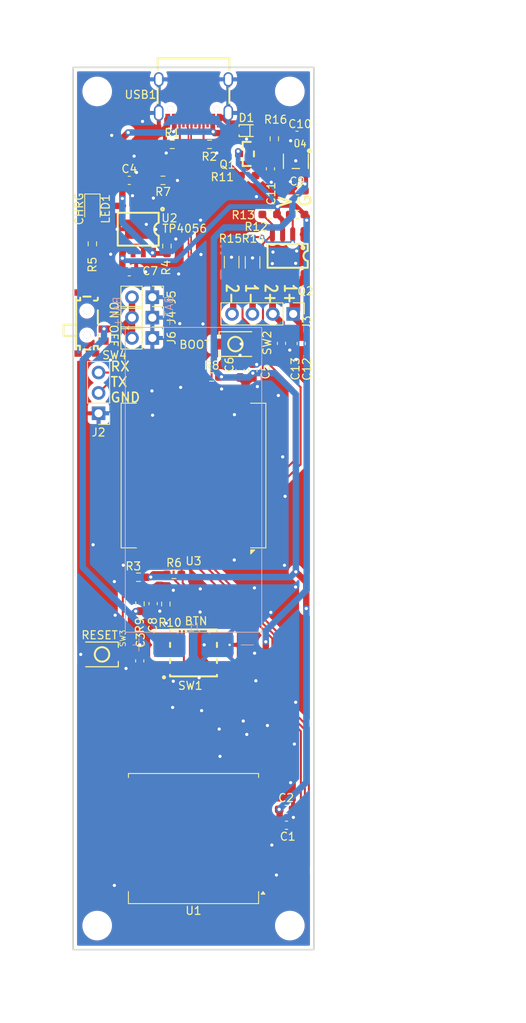
<source format=kicad_pcb>
(kicad_pcb (version 20241229) (generator "pcbnew") (generator_version "9.0")
  (layers (0 "F.Cu" signal) (2 "B.Cu" signal) (13 "F.Paste" user) (15 "B.Paste" user) (5 "F.SilkS" user "F.Silkscreen") (7 "B.SilkS" user "B.Silkscreen") (1 "F.Mask" user) (3 "B.Mask" user) (25 "Edge.Cuts" user))
  (net 0 "")
  (net 1 "Net-(C3-Pad1)")
  (net 2 "/LED2")
  (net 3 "/LED1")
  (net 4 "+3V3")
  (net 5 "GND")
  (net 6 "/BTN")
  (net 7 "/VBAT")
  (net 8 "/RESET")
  (net 9 "/GPS_PPS")
  (net 10 "/UART_RX")
  (net 11 "/BAT_SENS")
  (net 12 "/UART_TX")
  (net 13 "/GPS_TX")
  (net 14 "/BOOT")
  (net 15 "/GPS_RESET")
  (net 16 "/USB_DP")
  (net 17 "/GPS_RX")
  (net 18 "/USB_DN")
  (net 19 "/5V")
  (net 20 "/VBUS")
  (net 21 "/LED1_A")
  (net 22 "/LED2_A")
  (net 23 "/VBAT_PRE")
  (net 24 "/LED2_C")
  (net 25 "Net-(LED1--)")
  (net 26 "Net-(Q1-G)")
  (net 27 "Net-(USB1-CC2)")
  (net 28 "Net-(USB1-CC1)")
  (net 29 "Net-(U2-~{CHRG})")
  (net 30 "Net-(U2-PROG)")
  (net 31 "Net-(U3-GPIO8)")
  (net 32 "/LED1_C")
  (net 52 "Net-(U4-EN)")
  (footprint "MountingHole:MountingHole_3.2mm_M3" (layer "F.Cu") (at 127 127)
    (property "Reference" "REF**" (hide yes))
    (property "Value" "MountingHole_3.2mm_M3" (hide yes))
  )
  (footprint "Connector_PinHeader_2.54mm:PinHeader_1x02_P2.54mm_Vertical" (layer "F.Cu") (at 109.875 51.2 -90)
    (property "Reference" "J4")
    (property "Value" "BAT1")
  )
  (footprint "MountingHole:MountingHole_3.2mm_M3" (layer "F.Cu") (at 103 23)
    (property "Reference" "REF**" (hide yes))
    (property "Value" "MountingHole_3.2mm_M3" (hide yes))
  )
  (footprint "Resistor_SMD:R_0603_1608Metric_Pad0.98x0.95mm_HandSolder" (layer "F.Cu") (at 117.26 58.6)
    (property "Reference" "R8")
    (property "Value" "10K" (hide yes))
  )
  (footprint "Connector_PinHeader_2.54mm:PinHeader_1x02_P2.54mm_Vertical" (layer "F.Cu") (at 109.875 48.66 -90)
    (property "Reference" "J5")
    (property "Value" "BAT1")
  )
  (footprint "Capacitor_SMD:C_0603_1608Metric_Pad1.08x0.95mm_HandSolder" (layer "F.Cu") (at 107 45.4875)
    (property "Reference" "C7")
    (property "Value" "10u" (hide yes))
  )
  (footprint "EasyEDA:SW-SMD_L3.9-W3.0-P4.45" (layer "F.Cu") (at 120.22 54.5)
    (property "Reference" "SW2")
    (property "Value" "BOOT")
  )
  (footprint "Resistor_SMD:R_1206_3216Metric_Pad1.30x1.75mm_HandSolder" (layer "F.Cu") (at 122.36 44.32 -90)
    (property "Reference" "R14")
    (property "Value" "0R5" (hide yes))
  )
  (footprint "EasyEDA:SW-SMD_L3.9-W3.0-P4.45" (layer "F.Cu") (at 103.6 93.19 180)
    (property "Reference" "SW3")
    (property "Value" "RESET")
  )
  (footprint "EasyEDA:SOP-8_L4.9-W3.9-P1.27-LS6.0-BL" (layer "F.Cu") (at 126.73 43.51 180)
    (property "Reference" "Q2")
    (property "Value" "AP2317SD" (hide yes))
  )
  (footprint "Resistor_SMD:R_0603_1608Metric_Pad0.98x0.95mm_HandSolder" (layer "F.Cu") (at 111.55 86.91 -90)
    (property "Reference" "R10")
    (property "Value" "100K" (hide yes))
  )
  (footprint "Connector_PinHeader_2.54mm:PinHeader_1x03_P2.54mm_Vertical" (layer "F.Cu") (at 103.17 63.13 180)
    (property "Reference" "J2")
    (property "Value" "UART" (hide yes))
  )
  (footprint "EasyEDA:SW-TH_K3-1296S-E1" (layer "F.Cu") (at 102.21 51.88)
    (property "Reference" "SW4")
    (property "Value" "ON OFF")
  )
  (footprint "Capacitor_SMD:C_0603_1608Metric_Pad1.08x0.95mm_HandSolder" (layer "F.Cu") (at 126.538213 112.51)
    (property "Reference" "C2")
    (property "Value" "100n" (hide yes))
  )
  (footprint "Resistor_SMD:R_0603_1608Metric_Pad0.98x0.95mm_HandSolder" (layer "F.Cu") (at 112.57 83.21)
    (property "Reference" "R6")
    (property "Value" "10K" (hide yes))
  )
  (footprint "Resistor_SMD:R_0603_1608Metric_Pad0.98x0.95mm_HandSolder" (layer "F.Cu") (at 121.82 33.49 180)
    (property "Reference" "R11")
    (property "Value" "1k" (hide yes))
  )
  (footprint "Capacitor_SMD:C_0603_1608Metric_Pad1.08x0.95mm_HandSolder" (layer "F.Cu") (at 124.58 32.65 -90)
    (property "Reference" "C11")
    (property "Value" "1u" (hide yes))
  )
  (footprint "Capacitor_SMD:C_0603_1608Metric_Pad1.08x0.95mm_HandSolder" (layer "F.Cu") (at 127.96 35.38 180)
    (property "Reference" "C9")
    (property "Value" "10u")
  )
  (footprint "EasyEDA:TSOT-23-5_L2.9-W1.6-P0.95-LS2.8-BL" (layer "F.Cu") (at 127.75 31.71 180)
    (property "Reference" "U4")
    (property "Value" "RT9080-33GJ5")
  )
  (footprint "Resistor_SMD:R_0603_1608Metric_Pad0.98x0.95mm_HandSolder" (layer "F.Cu") (at 108.15 83.57)
    (property "Reference" "R3")
    (property "Value" "10K" (hide yes))
  )
  (footprint "MountingHole:MountingHole_3.2mm_M3" (layer "F.Cu") (at 127 23)
    (property "Reference" "REF**" (hide yes))
    (property "Value" "MountingHole_3.2mm_M3" (hide yes))
  )
  (footprint "Resistor_SMD:R_0603_1608Metric_Pad0.98x0.95mm_HandSolder" (layer "F.Cu") (at 102.4 42 -90)
    (property "Reference" "R5")
    (property "Value" "330" (hide yes))
  )
  (footprint "Capacitor_SMD:C_0603_1608Metric_Pad1.08x0.95mm_HandSolder" (layer "F.Cu") (at 126.588213 114.49)
    (property "Reference" "C1")
    (property "Value" "10u" (hide yes))
  )
  (footprint "MountingHole:MountingHole_3.2mm_M3" (layer "F.Cu") (at 103 127)
    (property "Reference" "REF**" (hide yes))
    (property "Value" "MountingHole_3.2mm_M3" (hide yes))
  )
  (footprint "Capacitor_SMD:C_0603_1608Metric_Pad1.08x0.95mm_HandSolder" (layer "F.Cu") (at 128.42 54.43 90)
    (property "Reference" "C12")
    (property "Value" "C")
  )
  (footprint "Resistor_SMD:R_0603_1608Metric_Pad0.98x0.95mm_HandSolder" (layer "F.Cu") (at 111.69 42.28 90)
    (property "Reference" "R4")
    (property "Value" "10K" (hide yes))
  )
  (footprint "Resistor_SMD:R_0603_1608Metric_Pad0.98x0.95mm_HandSolder" (layer "F.Cu") (at 112.35 29.6)
    (property "Reference" "R1")
    (property "Value" "5k1" (hide yes))
  )
  (footprint "hacrafu:Heltec_HT-CT62" (layer "F.Cu") (at 115 70.89 180)
    (property "Reference" "U3")
    (property "Value" "HT-CT62")
  )
  (footprint "Connector_PinHeader_2.54mm:PinHeader_1x04_P2.54mm_Vertical" (layer "F.Cu") (at 127.42 50.74 -90)
    (property "Reference" "J3")
    (property "Value" "LED")
  )
  (footprint "Resistor_SMD:R_0603_1608Metric_Pad0.98x0.95mm_HandSolder" (layer "F.Cu") (at 108.33 86.88 90)
    (property "Reference" "R9")
    (property "Value" "100K" (hide yes))
  )
  (footprint "EasyEDA:SOT-23_L2.9-W1.3-P1.90-LS2.4-BR" (layer "F.Cu") (at 121.83 30.79)
    (property "Reference" "Q1")
    (property "Value" "AO3401A" (hide yes))
  )
  (footprint "Capacitor_SMD:C_0603_1608Metric_Pad1.08x0.95mm_HandSolder" (layer "F.Cu") (at 125.96 54.41 -90)
    (property "Reference" "C13")
    (property "Value" "C")
  )
  (footprint "Resistor_SMD:R_0603_1608Metric_Pad0.98x0.95mm_HandSolder" (layer "F.Cu") (at 127.91 38.35 180)
    (property "Reference" "R12")
    (property "Value" "10K" (hide yes))
  )
  (footprint "Capacitor_SMD:C_0603_1608Metric_Pad1.08x0.95mm_HandSolder" (layer "F.Cu") (at 122.4 57.8 90)
    (property "Reference" "C5")
    (property "Value" "1u" (hide yes))
  )
  (footprint "Resistor_SMD:R_0603_1608Metric_Pad0.98x0.95mm_HandSolder" (layer "F.Cu") (at 124.49 38.34 180)
    (property "Reference" "R13")
    (property "Value" "10K" (hide yes))
  )
  (footprint "EasyEDA:USB-C_SMD-TYPE-C-31-M-12" (layer "F.Cu") (at 115 23.97 180)
    (property "Reference" "USB1")
    (property "Value" "USB-TYPE-C-018" (hide yes))
  )
  (footprint "Resistor_SMD:R_0603_1608Metric_Pad0.98x0.95mm_HandSolder" (layer "F.Cu") (at 117 29.6)
    (property "Reference" "R2")
    (property "Value" "5k1" (hide yes))
  )
  (footprint "Capacitor_SMD:C_0603_1608Metric_Pad1.08x0.95mm_HandSolder" (layer "F.Cu") (at 120.8 57.8 90)
    (property "Reference" "C6")
    (property "Value" "10u" (hide yes))
  )
  (footprint "LED_SMD:LED_0805_2012Metric_Pad1.15x1.40mm_HandSolder" (layer "F.Cu") (at 102.4 37.65 -90)
    (property "Reference" "LED1")
    (property "Value" "CHRG")
  )
  (footprint "hacrafu:Quectel_L80-R" (layer "F.Cu") (at 115 116.15 180)
    (property "Reference" "U1")
    (property "Value" "L80-R")
  )
  (footprint "Capacitor_SMD:C_0603_1608Metric_Pad1.08x0.95mm_HandSolder" (layer "F.Cu") (at 109.97 86.86 -90)
    (property "Reference" "C8")
    (property "Value" "100n" (hide yes))
  )
  (footprint "Capacitor_SMD:C_0603_1608Metric_Pad1.08x0.95mm_HandSolder" (layer "F.Cu") (at 108.3 94 90)
    (property "Reference" "C3")
    (property "Value" "1u" (hide yes))
  )
  (footprint "Connector_PinHeader_2.54mm:PinHeader_1x02_P2.54mm_Vertical" (layer "F.Cu") (at 109.875 53.74 -90)
    (property "Reference" "J6")
    (property "Value" "BAT1")
  )
  (footprint "Resistor_SMD:R_1206_3216Metric_Pad1.30x1.75mm_HandSolder" (layer "F.Cu") (at 119.75 44.28 -90)
    (property "Reference" "R15")
    (property "Value" "0R5" (hide yes))
  )
  (footprint "Capacitor_SMD:C_0603_1608Metric_Pad1.08x0.95mm_HandSolder" (layer "F.Cu") (at 127.89 28.47 180)
    (property "Reference" "C10")
    (property "Value" "1u")
  )
  (footprint "EasyEDA:ESOP-8_L4.9-W3.9-P1.27-LS6.0-BL-EP" (layer "F.Cu") (at 108.11 40.1775 180)
    (property "Reference" "U2")
    (property "Value" "TP4056")
  )
  (footprint "Resistor_SMD:R_0603_1608Metric_Pad0.98x0.95mm_HandSolder" (layer "F.Cu") (at 111.2 34.0875 180)
    (property "Reference" "R7")
    (property "Value" "1k2")
  )
  (footprint "EasyEDA:SOD-323_L1.8-W1.3-LS2.5-RD" (layer "F.Cu") (at 121.59 27.89 180)
    (property "Reference" "D1")
    (property "Value" "Schtky" (hide yes))
  )
  (footprint "Capacitor_SMD:C_0603_1608Metric_Pad1.08x0.95mm_HandSolder" (layer "F.Cu") (at 107 34.0875)
    (property "Reference" "C4")
    (property "Value" "10u" (hide yes))
  )
  (footprint "Resistor_SMD:R_0603_1608Metric_Pad0.98x0.95mm_HandSolder" (layer "F.Cu") (at 125.07 28.9 -90)
    (property "Reference" "R16")
    (property "Value" "100K")
  )
  (footprint "EasyEDA:SW-SMD_6P-L5.8-W5.8-P2.00-LS8.5-TR" (layer "F.Cu") (at 115 93 180)
    (property "Reference" "SW1")
    (property "Value" "BTN")
  )
  (footprint "hacrafu:Battery 230525" (layer "B.Cu") (at 115 90.525 180)
    (property "Reference" "J1")
    (property "Value" "BAT" (hide yes))
  )
  (gr_line (start 100 20) (end 130 20) (stroke (width 0.2)) (layer "Edge.Cuts"))
  (gr_line (start 130 130) (end 100 130) (stroke (width 0.2)) (layer "Edge.Cuts"))
  (gr_line (start 100 130) (end 100 20) (stroke (width 0.2)) (layer "Edge.Cuts"))
  (gr_line (start 130 20) (end 130 130) (stroke (width 0.2)) (layer "Edge.Cuts"))
  (gr_text "1+\n2+\n1-\n2-" (at 118.94 46.87 270) (layer "F.SilkS") (effects (font (size 1.5 1.1) (thickness 0.25) (bold yes)) (justify left bottom)))
  (gr_text "V\nG" (at 129.75 37.59 90) (layer "F.SilkS") (effects (font (size 1.5 1.5) (thickness 0.3) (bold yes)) (justify left bottom)))
  (gr_text "RX\nTX\nGND" (at 104.55 61.86 0) (layer "F.SilkS") (effects (font (size 1.2 1.2) (thickness 0.2) (bold yes)) (justify left bottom)))
  (gr_text "BAT+\n" (at 106.1 48.5 90) (layer "B.SilkS") (effects (font (size 1 1) (thickness 0.1)) (justify left bottom mirror)))
  (gr_text "BAT-" (at 112.55 48.4 90) (layer "B.SilkS") (effects (font (size 1 1) (thickness 0.1)) (justify left bottom mirror)))
  (segment (start 108.4375 95) (end 108.3 94.8625) (width 0.25) (layer "F.Cu") (net 1))
  (segment (start 111.5 95) (end 108.4375 95) (width 0.25) (layer "F.Cu") (net 1))
  (segment (start 124.8 53.483516) (end 123.654 52.337516) (width 0.25) (layer "F.Cu") (net 2))
  (segment (start 118.81 79.03) (end 128.34 69.5) (width 0.25) (layer "F.Cu") (net 2))
  (segment (start 124.815 40.83) (end 124.83 40.83) (width 0.25) (layer "F.Cu") (net 2))
  (segment (start 123.654 41.991) (end 124.815 40.83) (width 0.25) (layer "F.Cu") (net 2))
  (segment (start 128.34 59.88) (end 124.8 56.34) (width 0.25) (layer "F.Cu") (net 2))
  (segment (start 118.81 79.78) (end 118.81 79.03) (width 0.25) (layer "F.Cu") (net 2))
  (segment (start 124.83 39.5925) (end 123.5775 38.34) (width 0.25) (layer "F.Cu") (net 2))
  (segment (start 124.83 40.83) (end 124.83 39.5925) (width 0.25) (layer "F.Cu") (net 2))
  (segment (start 123.654 52.337516) (end 123.654 41.991) (width 0.25) (layer "F.Cu") (net 2))
  (segment (start 124.8 56.34) (end 124.8 53.483516) (width 0.25) (layer "F.Cu") (net 2))
  (segment (start 128.34 69.5) (end 128.34 59.88) (width 0.25) (layer "F.Cu") (net 2))
  (segment (start 127.36 40.83) (end 127.36 38.7125) (width 0.25) (layer "F.Cu") (net 3))
  (segment (start 122.052774 41.16) (end 123.53 41.16) (width 0.25) (layer "F.Cu") (net 3))
  (segment (start 123.79 56.39) (end 123.79 53.68) (width 0.25) (layer "F.Cu") (net 3))
  (segment (start 117.54 79.03) (end 127.47 69.1) (width 0.25) (layer "F.Cu") (net 3))
  (segment (start 127.47 60.07) (end 123.79 56.39) (width 0.25) (layer "F.Cu") (net 3))
  (segment (start 123.15 53.04) (end 122.906174 53.04) (width 0.25) (layer "F.Cu") (net 3))
  (segment (start 127.47 69.1) (end 127.47 60.07) (width 0.25) (layer "F.Cu") (net 3))
  (segment (start 117.54 79.78) (end 117.54 79.03) (width 0.25) (layer "F.Cu") (net 3))
  (segment (start 121.109 51.242826) (end 121.109 42.103774) (width 0.25) (layer "F.Cu") (net 3))
  (segment (start 122.906174 53.04) (end 121.109 51.242826) (width 0.25) (layer "F.Cu") (net 3))
  (segment (start 121.109 42.103774) (end 122.052774 41.16) (width 0.25) (layer "F.Cu") (net 3))
  (segment (start 127.36 40.83) (end 127.36 41.8) (width 0.25) (layer "F.Cu") (net 3))
  (segment (start 127.36 41.8) (end 127.34 41.82) (width 0.25) (layer "F.Cu") (net 3))
  (segment (start 127.36 38.7125) (end 126.9975 38.35) (width 0.25) (layer "F.Cu") (net 3))
  (segment (start 123.79 53.68) (end 123.15 53.04) (width 0.25) (layer "F.Cu") (net 3))
  (via (at 127.34 41.82) (size 0.6) (drill 0.3) (layers "F.Cu" "B.Cu") (net 3))
  (via (at 123.53 41.16) (size 0.6) (drill 0.3) (layers "F.Cu" "B.Cu") (net 3))
  (segment (start 123.53 41.16) (end 124.19 41.82) (width 0.25) (layer "B.Cu") (net 3))
  (segment (start 124.19 41.82) (end 127.34 41.82) (width 0.25) (layer "B.Cu") (net 3))
  (segment (start 118.575 58.6625) (end 118.5125 58.6) (width 0.8) (layer "F.Cu") (net 4))
  (segment (start 129.05 84.19) (end 127.75 82.89) (width 0.8) (layer "F.Cu") (net 4))
  (segment (start 122.4 58.6625) (end 120.8 58.6625) (width 0.8) (layer "F.Cu") (net 4))
  (segment (start 128.88 34.54) (end 128.88 35.3225) (width 0.8) (layer "F.Cu") (net 4))
  (segment (start 121.35 59.2125) (end 121.35 62) (width 0.8) (layer "F.Cu") (net 4))
  (segment (start 110.017504 83.21) (end 109.657504 83.57) (width 0.8) (layer "F.Cu") (net 4))
  (segment (start 128.88 34.54) (end 128.88 32.972) (width 0.8) (layer "F.Cu") (net 4))
  (segment (start 109.0625 83.57) (end 109.657506 83.57) (width 0.3) (layer "F.Cu") (net 4))
  (segment (start 125.725713 112.56) (end 125.675713 112.51) (width 0.8) (layer "F.Cu") (net 4))
  (segment (start 129.05 87.47) (end 129.05 84.19) (width 0.8) (layer "F.Cu") (net 4))
  (segment (start 118.1925 58.58) (end 118.1725 58.6) (width 0.8) (layer "F.Cu") (net 4))
  (segment (start 128.88 35.3225) (end 128.8225 35.38) (width 0.8) (layer "F.Cu") (net 4))
  (segment (start 109.657504 83.57) (end 109.0625 83.57) (width 0.8) (layer "F.Cu") (net 4))
  (segment (start 120.8 58.6625) (end 121.35 59.2125) (width 0.8) (layer "F.Cu") (net 4))
  (segment (start 120.8 58.6625) (end 118.575 58.6625) (width 0.8) (layer "F.Cu") (net 4))
  (segment (start 111.6575 83.21) (end 110.017504 83.21) (width 0.8) (layer "F.Cu") (net 4))
  (segment (start 118.49 58.58) (end 118.1925 58.58) (width 0.8) (layer "F.Cu") (net 4))
  (segment (start 128.88 32.972) (end 128.768 32.86) (width 0.8) (layer "F.Cu") (net 4))
  (segment (start 109.657506 83.57) (end 109.677504 83.550002) (width 0.3) (layer "F.Cu") (net 4))
  (segment (start 122.4 58.6625) (end 122.394478 58.656978) (width 0.8) (layer "F.Cu") (net 4))
  (segment (start 122.283022 58.656978) (end 121.35 59.59) (width 0.8) (layer "F.Cu") (net 4))
  (segment (start 125.615713 114.38) (end 125.725713 114.49) (width 0.8) (layer "F.Cu") (net 4))
  (segment (start 122.394478 58.125) (end 122.394478 58.656978) (width 0.8) (layer "F.Cu") (net 4))
  (segment (start 122.75 114.38) (end 125.615713 114.38) (width 0.8) (layer "F.Cu") (net 4))
  (segment (start 118.5125 58.6) (end 118.1725 58.6) (width 0.8) (layer "F.Cu") (net 4))
  (segment (start 122.394478 58.656978) (end 122.283022 58.656978) (width 0.8) (layer "F.Cu") (net 4))
  (segment (start 125.725713 114.49) (end 125.725713 112.56) (width 0.8) (layer "F.Cu") (net 4))
  (via (at 122.394478 58.125) (size 0.8) (drill 0.4) (layers "F.Cu" "B.Cu") (net 4))
  (via (at 127.75 82.89) (size 0.8) (drill 0.4) (layers "F.Cu" "B.Cu") (net 4))
  (via (at 109.677504 83.550002) (size 0.8) (drill 0.4) (layers "F.Cu" "B.Cu") (net 4))
  (via (at 125.675713 112.51) (size 0.8) (drill 0.4) (layers "F.Cu" "B.Cu") (net 4))
  (via (at 118.49 58.58) (size 0.8) (drill 0.4) (layers "F.Cu" "B.Cu") (net 4))
  (via (at 128.88 34.54) (size 0.8) (drill 0.4) (layers "F.Cu" "B.Cu") (net 4))
  (via (at 129.05 87.47) (size 0.8) (drill 0.4) (layers "F.Cu" "B.Cu") (net 4))
  (segment (start 127.089998 83.550002) (end 127.75 82.89) (width 0.8) (layer "B.Cu") (net 4))
  (segment (start 127.75 60.76) (end 127.75 82.89) (width 0.8) (layer "B.Cu") (net 4))
  (segment (start 128.89 34.65) (end 128.89 34.55) (width 0.8) (layer "B.Cu") (net 4))
  (segment (start 117.53 41.28) (end 117.53 57.62) (width 0.8) (layer "B.Cu") (net 4))
  (segment (start 109.677504 83.550002) (end 127.089998 83.550002) (width 0.8) (layer "B.Cu") (net 4))
  (segment (start 127.31 38.5) (end 125.85 39.96) (width 0.8) (layer "B.Cu") (net 4))
  (segment (start 125.675713 112.51) (end 129.06 109.125713) (width 0.8) (layer "B.Cu") (net 4))
  (segment (start 129.06 109.125713) (end 129.06 87.48) (width 0.8) (layer "B.Cu") (net 4))
  (segment (start 125.85 39.96) (end 118.85 39.96) (width 0.8) (layer "B.Cu") (net 4))
  (segment (start 121.869478 58.65) (end 118.56 58.65) (width 0.8) (layer "B.Cu") (net 4))
  (segment (start 128.89 34.65) (end 128.89 34.97) (width 0.8) (layer "B.Cu") (net 4))
  (segment (start 118.56 58.65) (end 118.49 58.58) (width 0.8) (layer "B.Cu") (net 4))
  (segment (start 128.89 34.97) (end 127.31 36.55) (width 0.8) (layer "B.Cu") (net 4))
  (segment (start 122.394478 58.125) (end 121.869478 58.65) (width 0.8) (layer "B.Cu") (net 4))
  (segment (start 129.06 87.48) (end 129.05 87.47) (width 0.8) (layer "B.Cu") (net 4))
  (segment (start 117.53 57.62) (end 118.49 58.58) (width 0.8) (layer "B.Cu") (net 4))
  (segment (start 128.89 34.55) (end 128.88 34.54) (width 0.8) (layer "B.Cu") (net 4))
  (segment (start 118.85 39.96) (end 117.53 41.28) (width 0.8) (layer "B.Cu") (net 4))
  (segment (start 125.115 58.125) (end 127.75 60.76) (width 0.8) (layer "B.Cu") (net 4))
  (segment (start 127.31 36.55) (end 127.31 38.5) (width 0.8) (layer "B.Cu") (net 4))
  (segment (start 122.394478 58.125) (end 125.115 58.125) (width 0.8) (layer "B.Cu") (net 4))
  (segment (start 108.3 92) (end 108.3 90.65) (width 0.3) (layer "F.Cu") (net 5))
  (segment (start 124.58 34.21) (end 124.69 34.32) (width 0.8) (layer "F.Cu") (net 5))
  (segment (start 110 37.2475) (end 110.02 37.2675) (width 0.8) (layer "F.Cu") (net 5))
  (segment (start 122.612399 93.04367) (end 121.568729 92) (width 0.5) (layer "F.Cu") (net 5))
  (segment (start 127.0975 35.38) (end 127.0975 34.2775) (width 0.8) (layer "F.Cu") (net 5))
  (segment (start 120.8 55.9) (end 122.14 55.9) (width 0.8) (layer "F.Cu") (net 5))
  (segment (start 107.875 45.5) (end 107.8625 45.4875) (width 0.8) (layer "F.Cu") (net 5))
  (segment (start 127.716 29.906) (end 127.716 29.23411) (width 0.8) (layer "F.Cu") (net 5))
  (segment (start 127.716 31.684) (end 127.706 31.684) (width 0.8) (layer "F.Cu") (net 5))
  (segment (start 127.564 29.0065) (end 127.0275 28.47) (width 0.8) (layer "F.Cu") (net 5))
  (segment (start 112.025 87.8225) (end 112.426 87.4215) (width 0.3) (layer "F.Cu") (net 5))
  (segment (start 119.75 42.73) (end 119.75 43.65) (width 0.8) (layer "F.Cu") (net 5))
  (segment (start 110 36.3) (end 110 37.2475) (width 0.8) (layer "F.Cu") (net 5))
  (segment (start 122.36 42.77) (end 122.36 43.75) (width 0.8) (layer "F.Cu") (net 5))
  (segment (start 127.75 29.94) (end 127.716 29.906) (width 0.8) (layer "F.Cu") (net 5))
  (segment (start 112.426 85.252298) (end 112.484378 85.19392) (width 0.3) (layer "F.Cu") (net 5))
  (segment (start 127.0975 35.38) (end 127.53 34.9475) (width 0.8) (layer "F.Cu") (net 5))
  (segment (start 127.564 29.08211) (end 127.564 29.0065) (width 0.8) (layer "F.Cu") (net 5))
  (segment (start 112.125 34.1) (end 112.1125 34.0875) (width 0.8) (layer "F.Cu") (net 5))
  (segment (start 127.75 31.64) (end 127.74 31.65) (width 0.8) (layer "F.Cu") (net 5))
  (segment (start 111.69 41.3675) (end 111.4675 41.3675) (width 0.6) (layer "F.Cu") (net 5))
  (segment (start 111.65 27.29) (end 111.14 27.8) (width 0.6) (layer "F.Cu") (net 5))
  (segment (start 122.36 43.75) (end 122.35 43.76) (width 0.8) (layer "F.Cu") (net 5))
  (segment (start 124.58 33.5125) (end 124.58 34.21) (width 0.8) (layer "F.Cu") (net 5))
  (segment (start 111.65 26.44) (end 111.65 27.29) (width 0.6) (layer "F.Cu") (net 5))
  (segment (start 108.3 90.65) (end 109.97 88.98) (width 0.3) (layer "F.Cu") (net 5))
  (segment (start 127.53 34.9475) (end 127.53 34.036) (width 0.8) (layer "F.Cu") (net 5))
  (segment (start 111.4675 41.3675) (end 110.3 40.2) (width 0.6) (layer "F.Cu") (net 5))
  (segment (start 127.75 30.56) (end 127.75 29.94) (width 0.8) (layer "F.Cu") (net 5))
  (segment (start 119.3 26.91) (end 120.52 26.91) (width 0.6) (layer "F.Cu") (net 5))
  (segment (start 127.75 30.56) (end 127.75 31.64) (width 0.8) (layer "F.Cu") (net 5))
  (segment (start 120.8 55.9) (end 120.8 56.9375) (width 0.8) (layer "F.Cu") (net 5))
  (segment (start 101.08 93.19) (end 100.95 93.19) (width 0.3) (layer "F.Cu") (net 5))
  (segment (start 122.871 57.040518) (end 122.871 54.851) (width 0.8) (layer "F.Cu") (net 5))
  (segment (start 107.4 36) (end 107.4 37.1975) (width 0.8) (layer "F.Cu") (net 5))
  (segment (start 109.97 88.98) (end 109.97 87.7225) (width 0.3) (layer "F.Cu") (net 5))
  (segment (start 107.47 39.5375) (end 108.11 40.1775) (width 0.6) (layer "F.Cu") (net 5))
  (segment (start 107.47 37.2675) (end 107.47 39.5375) (width 0.6) (layer "F.Cu") (net 5))
  (segment (start 109.04 45.5) (end 107.875 45.5) (width 0.8) (layer "F.Cu") (net 5))
  (segment (start 122.52 55.52) (end 122.52 54.5) (width 0.8) (layer "F.Cu") (net 5))
  (segment (start 112.426 87.4215) (end 112.426 85.252298) (width 0.3) (layer "F.Cu") (net 5))
  (segment (start 119.75 43.65) (end 119.73 43.67) (width 0.8) (layer "F.Cu") (net 5))
  (segment (start 110.07 87.8225) (end 109.97 87.7225) (width 0.3) (layer "F.Cu") (net 5))
  (segment (start 113 34.1) (end 112.125 34.1) (width 0.8) (layer "F.Cu") (net 5))
  (segment (start 111.55 87.8225) (end 112.025 87.8225) (width 0.3) (layer "F.Cu") (net 5))
  (segment (start 118.35 26.44) (end 118.59 26.2) (width 0.6) (layer "F.Cu") (net 5))
  (segment (start 127.706 31.684) (end 127.74 31.65) (width 0.8) (layer "F.Cu") (net 5))
  (segment (start 120.52 26.91) (end 120.8 26.63) (width 0.6) (layer "F.Cu") (net 5))
  (segment (start 122.14 55.9) (end 122.52 55.52) (width 0.8) (layer "F.Cu") (net 5))
  (segment (start 120.08 79.78) (end 120.08 81.42) (width 0.8) (layer "F.Cu") (net 5))
  (segment (start 127.53 34.036) (end 127.716 34.036) (width 0.8) (layer "F.Cu") (net 5))
  (segment (start 111.55 87.8225) (end 110.07 87.8225) (width 0.3) (layer "F.Cu") (net 5))
  (segment (start 121.568729 92) (end 119.5 92) (width 0.5) (layer "F.Cu") (net 5))
  (segment (start 107.4 37.1975) (end 107.47 37.2675) (width 0.8) (layer "F.Cu") (net 5))
  (segment (start 127.716 34.036) (end 127.716 31.684) (width 0.8) (layer "F.Cu") (net 5))
  (segment (start 127.0275 29.0775) (end 127.1 29.15) (width 0.8) (layer "F.Cu") (net 5))
  (segment (start 127.0975 34.2775) (end 127.07 34.25) (width 0.8) (layer "F.Cu") (net 5))
  (segment (start 108.3 92) (end 108.3 93.1375) (width 0.3) (layer "F.Cu") (net 5))
  (segment (start 122.871 54.851) (end 122.52 54.5) (width 0.8) (layer "F.Cu") (net 5))
  (segment (start 118.59 26.2) (end 119.3 26.91) (width 0.6) (layer "F.Cu") (net 5))
  (segment (start 127.0275 28.47) (end 127.0275 29.0775) (width 0.8) (layer "F.Cu") (net 5))
  (segment (start 127.716 29.23411) (end 127.564 29.08211) (width 0.8) (layer "F.Cu") (net 5))
  (via (at 115.82 87.91) (size 0.8) (drill 0.4) (layers "F.Cu" "B.Cu") (net 5))
  (via (at 127.1 29.15) (size 0.8) (drill 0.4) (layers "F.Cu" "B.Cu") (net 5))
  (via (at 107.6 31.07) (size 0.8) (drill 0.4) (layers "F.Cu" "B.Cu") (net 5))
  (via (at 124.63 87.95) (size 0.8) (drill 0.4) (layers "F.Cu" "B.Cu") (net 5))
  (via (at 127.57 104.37) (size 0.8) (drill 0.4) (layers "F.Cu" "B.Cu") (net 5))
  (via (at 112.484378 85.19392) (size 0.8) (drill 0.4) (layers "F.Cu" "B.Cu") (net 5))
  (via (at 104.66 56.49) (size 0.8) (drill 0.4) (layers "F.Cu" "B.Cu") (net 5))
  (via (at 127.74 31.65) (size 0.8) (drill 0.4) (layers "F.Cu" "B.Cu") (net 5))
  (via (at 118.5 60.1) (size 0.8) (drill 0.4) (layers "F.Cu" "B.Cu") (net 5))
  (via (at 111.6 89.3) (size 0.8) (drill 0.4) (layers "F.Cu" "B.Cu") (net 5))
  (via (at 125.57 60.91) (size 0.8) (drill 0.4) (layers "F.Cu" "B.Cu") (net 5))
  (via (at 107.4 36) (size 0.8) (drill 0.4) (layers "F.Cu" "B.Cu") (net 5))
  (via (at 120.8 55.9) (size 0.8) (drill 0.4) (layers "F.Cu" "B.Cu") (net 5))
  (via (at 122.84 36.12) (size 0.8) (drill 0.4) (layers "F.Cu" "B.Cu") (net 5))
  (via (at 109.9 63.37) (size 0.8) (drill 0.4) (layers "F.Cu" "B.Cu") (net 5))
  (via (at 118.2 102.5) (size 0.8) (drill 0.4) (layers "F.Cu" "B.Cu") (net 5))
  (via (at 124.69 34.32) (size 0.8) (drill 0.4) (layers "F.Cu" "B.Cu") (net 5))
  (via (at 119.73 43.67) (size 0.8) (drill 0.4) (layers "F.Cu" "B.Cu") (net 5))
  (via (at 104.68 43.3) (size 0.8) (drill 0.4) (layers "F.Cu" "B.Cu") (net 5))
  (via (at 113.29 51.95) (size 0.8) (drill 0.4) (layers "F.Cu" "B.Cu") (net 5))
  (via (at 111.6 30.68) (size 0.8) (drill 0.4) (layers "F.Cu" "B.Cu") (net 5))
  (via (at 124.9 43.03) (size 0.8) (drill 0.4) (layers "F.Cu" "B.Cu") (net 5))
  (via (at 102.49 79.52) (size 0.8) (drill 0.4) (layers "F.Cu" "B.Cu") (net 5))
  (via (at 109.12 39.57) (size 0.8) (drill 0.4) (layers "F.Cu" "B.Cu") (net 5))
  (via (at 118.3 105.9) (size 0.8) (drill 0.4) (layers "F.Cu" "B.Cu") (net 5))
  (via (at 109.04 45.5) (size 0.8) (drill 0.4) (layers "F.Cu" "B.Cu") (net 5))
  (via (at 127.8 56.42) (size 0.8) (drill 0.4) (layers "F.Cu" "B.Cu") (net 5))
  (via (at 124.21 102.055) (size 0.8) (drill 0.4) (layers "F.Cu" "B.Cu") (net 5))
  (via (at 127.44 113.51) (size 0.8) (drill 0.4) (layers "F.Cu" "B.Cu") (net 5))
  (via (at 115.88 39.05) (size 0.8) (drill 0.4) (layers "F.Cu" "B.Cu") (net 5))
  (via (at 120.1 63.3) (size 0.8) (drill 0.4) (layers "F.Cu" "B.Cu") (net 5))
  (via (at 116.01 100.2) (size 0.8) (drill 0.4) (layers "F.Cu" "B.Cu") (net 5))
  (via (at 127.73 44.43) (size 0.8) (drill 0.4) (layers "F.Cu" "B.Cu") (net 5))
  (via (at 121.2 101.5) (size 0.8) (drill 0.4) (layers "F.Cu" "B.Cu") (net 5))
  (via (at 127.07 34.25) (size 0.8) (drill 0.4) (layers "F.Cu" "B.Cu") (net 5))
  (via (at 105.24 88.3) (size 0.8) (drill 0.4) (layers "F.Cu" "B.Cu") (net 5))
  (via (at 106.249963 82.069963) (size 0.8) (drill 0.4) (layers "F.Cu" "B.Cu") (net 5))
  (via (at 122.77 96.48) (size 0.8) (drill 0.4) (layers "F.Cu" "B.Cu") (net 5))
  (via (at 110.8 87.8) (size 0.8) (drill 0.4) (layers "F.Cu" "B.Cu") (net 5))
  (via (at 108.3 92) (size 0.8) (drill 0.4) (layers "F.Cu" "B.Cu") (net 5))
  (via (at 116.18 51.99) (size 0.8) (drill 0.4) (layers "F.Cu" "B.Cu") (net 5))
  (via (at 122.612399 93.04367) (size 0.8) (drill 0.4) (layers "F.Cu" "B.Cu") (net 5))
  (via (at 122.955 59.8) (size 0.8) (drill 0.4) (layers "F.Cu" "B.Cu") (net 5))
  (via (at 127.72 84.787537) (size 0.8) (drill 0.4) (layers "F.Cu" "B.Cu") (net 5))
  (via (at 122.59 84.9) (size 0.8) (drill 0.4) (layers "F.Cu" "B.Cu") (net 5))
  (via (at 126.41 73.48) (size 0.8) (drill 0.4) (layers "F.Cu" "B.Cu") (net 5))
  (via (at 104.81 28.48) (size 0.8) (drill 0.4) (layers "F.Cu" "B.Cu") (net 5))
  (via (at 122.871 57.040518) (size 0.8) (drill 0.4) (layers "F.Cu" "B.Cu") (net 5))
  (via (at 100.95 93.19) (size 0.8) (drill 0.4) (layers "F.Cu" "B.Cu") (net 5))
  (via (at 125.33 120.7) (size 0.8) (drill 0.4) (layers "F.Cu" "B.Cu") (net 5))
  (via (at 115.93 43.33) (size 0.8) (drill 0.4) (layers "F.Cu" "B.Cu") (net 5))
  (via (at 105.481603 40.196528) (size 0.8) (drill 0.4) (layers "F.Cu" "B.Cu") (net 5))
  (via (at 126.11 68.56) (size 0.8) (drill 0.4) (layers "F.Cu" "B.Cu") (net 5))
  (via (at 107.9 33.1) (size 0.8) (drill 0.4) (layers "F.Cu" "B.Cu") (net 5))
  (via (at 115.7 96.1) (size 0.8) (drill 0.4) (layers "F.Cu" "B.Cu") (net 5))
  (via (at 113.15 45.76) (size 0.8) (drill 0.4) (layers "F.Cu" "B.Cu") (net 5))
  (via (at 127.1 109.18) (size 0.8) (drill 0.4) (layers "F.Cu" "B.Cu") (net 5))
  (via (at 127.73 99.16) (size 0.8) (drill 0.4) (layers "F.Cu" "B.Cu") (net 5))
  (via (at 119.5 92) (size 0.5) (drill 0.3) (layers "F.Cu" "B.Cu") (net 5))
  (via (at 109.82 60.34) (size 0.8) (drill 0.4) (layers "F.Cu" "B.Cu") (net 5))
  (via (at 105.14 84.11) (size 0.8) (drill 0.4) (layers "F.Cu" "B.Cu") (net 5))
  (via (at 106.59 94.94) (size 0.8) (drill 0.4) (layers "F.Cu" "B.Cu") (net 5))
  (via (at 105.14 121.99) (size 0.8) (drill 0.4) (layers "F.Cu" "B.Cu") (net 5))
  (via (at 120.079999 81.419999) (size 0.8) (drill 0.4) (layers "F.Cu" "B.Cu") (net 5))
  (via (at 126.99 55.25) (size 0.8) (drill 0.4) (layers "F.Cu" "B.Cu") (net 5))
  (via (at 112.4 99.8) (size 0.8) (drill 0.4) (layers "F.Cu" "B.Cu") (net 5))
  (via (at 117.9 30.68) (size 0.8) (drill 0.4) (layers "F.Cu" "B.Cu") (net 5))
  (via (at 110.3 40.2) (size 0.8) (drill 0.4) (layers "F.Cu" "B.Cu") (net 5))
  (via (at 112.8 41.4) (size 0.8) (drill 0.4) (layers "F.Cu" "B.Cu") (net 5))
  (via (at 112.48 96.54) (size 0.8) (drill 0.4) (layers "F.Cu" "B.Cu") (net 5))
  (via (at 108.65 26.74) (size 0.8) (drill 0.4) (layers "F.Cu" "B.Cu") (net 5))
  (via (at 127.85 42.89) (size 0.8) (drill 0.4) (layers "F.Cu" "B.Cu") (net 5))
  (via (at 124.82 44.47) (size 0.8) (drill 0.4) (layers "F.Cu" "B.Cu") (net 5))
  (via (at 116.33 92) (size 0.8) (drill 0.4) (layers "F.Cu" "B.Cu") (net 5))
  (via (at 122.35 43.76) (size 0.8) (drill 0.4) (layers "F.Cu" "B.Cu") (net 5))
  (via (at 115.84 85.02) (size 0.8) (drill 0.4) (layers "F.Cu" "B.Cu") (net 5))
  (via (at 126.33 82.08) (size 0.8) (drill 0.4) (layers "F.Cu" "B.Cu") (net 5))
  (via (at 120.94 54.48) (size 0.8) (drill 0.4) (layers "F.Cu" "B.Cu") (net 5))
  (via (at 110 36.3) (size 0.8) (drill 0.4) (layers "F.Cu" "B.Cu") (net 5))
  (via (at 113 34.1) (size 0.8) (drill 0.4) (layers "F.Cu" "B.Cu") (net 5))
  (via (at 113.4 59.9) (size 0.8) (drill 0.4) (layers "F.Cu" "B.Cu") (net 5))
  (via (at 124.76 116.96) (size 0.8) (drill 0.4) (layers "F.Cu" "B.Cu") (net 5))
  (via (at 121.64 103.17) (size 0.8) (drill 0.4) (layers "F.Cu" "B.Cu") (net 5))
  (via (at 121.61 28.94) (size 0.8) (drill 0.4) (layers "F.Cu" "B.Cu") (net 5))
  (segment (start 111.19 80.87) (end 111.19 79.78) (width 0.25) (layer "F.Cu") (net 6))
  (segment (start 111.5 93) (end 112.4 93) (width 0.25) (layer "F.Cu") (net 6))
  (segment (start 112.521 83.794873) (end 112.521 82.201) (width 0.25) (layer "F.Cu") (net 6))
  (segment (start 112.4 93) (end 113.3 92.1) (width 0.25) (layer "F.Cu") (net 6))
  (segment (start 112.521 82.201) (end 111.19 80.87) (width 0.25) (layer "F.Cu") (net 6))
  (segment (start 113.3 84.573873) (end 112.521 83.794873) (width 0.25) (layer "F.Cu") (net 6))
  (segment (start 113.3 92.1) (end 113.3 84.573873) (width 0.25) (layer "F.Cu") (net 6))
  (segment (start 129.1 38.6275) (end 129.1 39.06) (width 0.8) (layer "F.Cu") (net 7))
  (segment (start 129.1 39.06) (end 129.1 40.37) (width 0.8) (layer "F.Cu") (net 7))
  (segment (start 125.675713 101.179357) (end 124.005001 99.508645) (width 0.8) (layer "F.Cu") (net 7))
  (segment (start 128.8225 38.35) (end 129.1 38.6275) (width 0.8) (layer "F.Cu") (net 7))
  (segment (start 103.8 49.63) (end 106.1375 47.2925) (width 0.8) (layer "F.Cu") (net 7))
  (segment (start 125.47 38.2725) (end 125.4025 38.34) (width 0.6) (layer "F.Cu") (net 7))
  (segment (start 125.62 37.21) (end 127.6825 37.21) (width 0.6) (layer "F.Cu") (net 7))
  (segment (start 125.47 37.36) (end 125.62 37.21) (width 0.6) (layer "F.Cu") (net 7))
  (segment (start 127.6825 37.21) (end 128.8225 38.35) (width 0.6) (layer "F.Cu") (net 7))
  (segment (start 123.5 111.84) (end 125.675713 109.664287) (width 0.8) (layer "F.Cu") (net 7))
  (segment (start 125.47 37.36) (end 125.47 38.2725) (width 0.6) (layer "F.Cu") (net 7))
  (segment (start 120.68 30.58) (end 120.56 30.46) (width 0.8) (layer "F.Cu") (net 7))
  (segment (start 126.1 39.0375) (end 126.1 40.83) (width 0.6) (layer "F.Cu") (net 7))
  (segment (start 129.1 40.37) (end 128.64 40.83) (width 0.8) (layer "F.Cu") (net 7))
  (segment (start 106.1375 47.2925) (end 106.1375 45.4875) (width 0.8) (layer "F.Cu") (net 7))
  (segment (start 124.005001 99.508645) (end 124.005001 91.615001) (width 0.8) (layer "F.Cu") (net 7))
  (segment (start 125.4025 38.34) (end 126.1 39.0375) (width 0.6) (layer "F.Cu") (net 7))
  (segment (start 120.68 30.79) (end 120.68 30.58) (width 0.8) (layer "F.Cu") (net 7))
  (segment (start 106.1375 43.15) (end 106.2 43.0875) (width 0.8) (layer "F.Cu") (net 7))
  (segment (start 106.1375 45.4875) (end 106.1375 43.15) (width 0.8) (layer "F.Cu") (net 7))
  (segment (start 122.75 111.84) (end 123.5 111.84) (width 0.8) (layer "F.Cu") (net 7))
  (segment (start 125.675713 109.664287) (end 125.675713 101.179357) (width 0.8) (layer "F.Cu") (net 7))
  (via (at 106.1375 43.8) (size 0.8) (drill 0.4) (layers "F.Cu" "B.Cu") (net 7))
  (via (at 120.56 30.46) (size 0.8) (drill 0.4) (layers "F.Cu" "B.Cu") (net 7))
  (via (at 125.47 37.36) (size 0.8) (drill 0.4) (layers "F.Cu" "B.Cu") (net 7))
  (via (at 129.1 39.06) (size 0.8) (drill 0.4) (layers "F.Cu" "B.Cu") (net 7))
  (via (at 124.005001 91.615001) (size 0.8) (drill 0.4) (layers "F.Cu" "B.Cu") (net 7))
  (segment (start 106.4375 44.1) (end 106.1375 43.8) (width 0.6) (layer "B.Cu") (net 7))
  (segment (start 120.56 30.46) (end 120.56 32.07) (width 0.6) (layer "B.Cu") (net 7))
  (segment (start 112.8 44.1) (end 106.4375 44.1) (width 0.6) (layer "B.Cu") (net 7))
  (segment (start 129.1 39.06) (end 129.1 85.15) (width 0.8) (layer "B.Cu") (net 7))
  (segment (start 124.005001 90.244999) (end 124.005001 91.615001) (width 0.8) (layer "B.Cu") (net 7))
  (segment (start 125.47 37.36) (end 119.54 37.36) (width 0.6) (layer "B.Cu") (net 7))
  (segment (start 125.46 37.35) (end 125.47 37.36) (width 0.6) (layer "B.Cu") (net 7))
  (segment (start 125.46 36.97) (end 125.46 37.35) (width 0.6) (layer "B.Cu") (net 7))
  (segment (start 119.54 37.36) (end 112.8 44.1) (width 0.6) (layer "B.Cu") (net 7))
  (segment (start 129.1 85.15) (end 124.005001 90.244999) (width 0.8) (layer "B.Cu") (net 7))
  (segment (start 120.56 32.07) (end 125.46 36.97) (width 0.6) (layer "B.Cu") (net 7))
  (segment (start 107.2375 82.1925) (end 108.65 80.78) (width 0.25) (layer "F.Cu") (net 8))
  (segment (start 108.65 80.78) (end 108.65 79.78) (width 0.25) (layer "F.Cu") (net 8))
  (segment (start 107.2375 83.57) (end 106.4675 83.57) (width 0.25) (layer "F.Cu") (net 8))
  (segment (start 106.19 92.44) (end 105.9 92.73) (width 0.25) (layer "F.Cu") (net 8))
  (segment (start 105.9 92.73) (end 105.9 93.19) (width 0.25) (layer "F.Cu") (net 8))
  (segment (start 106.19 83.8475) (end 106.19 92.44) (width 0.25) (layer "F.Cu") (net 8))
  (segment (start 106.4675 83.57) (end 106.19 83.8475) (width 0.25) (layer "F.Cu") (net 8))
  (segment (start 107.2375 83.57) (end 107.2375 82.1925) (width 0.25) (layer "F.Cu") (net 8))
  (segment (start 113.4825 83.21) (end 113.8 83.5275) (width 0.25) (layer "F.Cu") (net 9))
  (segment (start 113.648343 84.284406) (end 113.8 84.436063) (width 0.25) (layer "F.Cu") (net 9))
  (segment (start 113.648343 83.76581) (end 113.648343 84.284406) (width 0.25) (layer "F.Cu") (net 9))
  (segment (start 113.8 83.5275) (end 113.8 83.614153) (width 0.25) (layer "F.Cu") (net 9))
  (segment (start 113.51 83.1825) (end 113.51 81.97) (width 0.25) (layer "F.Cu") (net 9))
  (segment (start 113.8 99.7) (end 122.75 108.65) (width 0.25) (layer "F.Cu") (net 9))
  (segment (start 113.8 84.436063) (end 113.8 99.7) (width 0.25) (layer "F.Cu") (net 9))
  (segment (start 113.4825 83.21) (end 113.51 83.1825) (width 0.25) (layer "F.Cu") (net 9))
  (segment (start 112.46 80.92) (end 112.46 79.78) (width 0.25) (layer "F.Cu") (net 9))
  (segment (start 122.75 108.65) (end 122.75 109.3) (width 0.25) (layer "F.Cu") (net 9))
  (segment (start 113.8 83.614153) (end 113.648343 83.76581) (width 0.25) (layer "F.Cu") (net 9))
  (segment (start 113.51 81.97) (end 112.46 80.92) (width 0.25) (layer "F.Cu") (net 9))
  (segment (start 112.46 60.13) (end 110.38 58.05) (width 0.25) (layer "F.Cu") (net 10))
  (segment (start 110.38 58.05) (end 103.17 58.05) (width 0.25) (layer "F.Cu") (net 10))
  (segment (start 112.46 62) (end 112.46 60.13) (width 0.25) (layer "F.Cu") (net 10))
  (segment (start 109.92 81.315444) (end 109.92 79.78) (width 0.3) (layer "F.Cu") (net 11))
  (segment (start 108.33 85.9675) (end 108.174 85.8115) (width 0.3) (layer "F.Cu") (net 11))
  (segment (start 108.36 85.9975) (end 108.33 85.9675) (width 0.3) (layer "F.Cu") (net 11))
  (segment (start 108.174 83.061444) (end 109.92 81.315444) (width 0.3) (layer "F.Cu") (net 11))
  (segment (start 108.174 85.8115) (end 108.174 83.061444) (width 0.3) (layer "F.Cu") (net 11))
  (segment (start 109.97 85.9975) (end 108.36 85.9975) (width 0.3) (layer "F.Cu") (net 11))
  (segment (start 111.55 85.9975) (end 109.97 85.9975) (width 0.3) (layer "F.Cu") (net 11))
  (segment (start 103.17 60.59) (end 104.75 59.01) (width 0.25) (layer "F.Cu") (net 12))
  (segment (start 111.19 60.18) (end 111.19 62) (width 0.25) (layer "F.Cu") (net 12))
  (segment (start 104.75 59.01) (end 110.02 59.01) (width 0.25) (layer "F.Cu") (net 12))
  (segment (start 110.02 59.01) (end 111.19 60.18) (width 0.25) (layer "F.Cu") (net 12))
  (segment (start 120.27763 86.661173) (end 119.861173 86.661173) (width 0.25) (layer "F.Cu") (net 13))
  (segment (start 124.82 97.946732) (end 124.828995 97.937737) (width 0.25) (layer "F.Cu") (net 13))
  (segment (start 127.16 119.46) (end 128.374 118.246) (width 0.25) (layer "F.Cu") (net 13))
  (segment (start 128.374 102.781628) (end 124.82 99.227628) (width 0.25) (layer "F.Cu") (net 13))
  (segment (start 124.828999 97.523528) (end 124.829 91.212543) (width 0.25) (layer "F.Cu") (net 13))
  (segment (start 124.828997 97.52353) (end 124.828999 97.523528) (width 0.25) (layer "F.Cu") (net 13))
  (segment (start 124.829 91.212543) (end 120.27763 86.661173) (width 0.25) (layer "F.Cu") (net 13))
  (segment (start 122.75 119.46) (end 127.16 119.46) (width 0.25) (layer "F.Cu") (net 13))
  (segment (start 124.828995 97.937737) (end 124.828997 97.52353) (width 0.25) (layer "F.Cu") (net 13))
  (segment (start 113.73 80.53) (end 113.73 79.78) (width 0.25) (layer "F.Cu") (net 13))
  (segment (start 124.82 99.227628) (end 124.82 97.946732) (width 0.25) (layer "F.Cu") (net 13))
  (segment (start 119.861173 86.661173) (end 113.73 80.53) (width 0.25) (layer "F.Cu") (net 13))
  (segment (start 128.374 118.246) (end 128.374 102.781628) (width 0.25) (layer "F.Cu") (net 13))
  (segment (start 117.249 56.721) (end 117.92 56.05) (width 0.25) (layer "F.Cu") (net 14))
  (segment (start 117.92 56.05) (end 117.92 54.5) (width 0.25) (layer "F.Cu") (net 14))
  (segment (start 117.249 61.709) (end 117.249 56.721) (width 0.25) (layer "F.Cu") (net 14))
  (segment (start 117.54 62) (end 117.249 61.709) (width 0.25) (layer "F.Cu") (net 14))
  (segment (start 125.829 90.798329) (end 116.27 81.239329) (width 0.25) (layer "F.Cu") (net 15))
  (segment (start 125.829 98.759) (end 125.829 90.798329) (width 0.25) (layer "F.Cu") (net 15))
  (segment (start 129.374 102.304) (end 125.829 98.759) (width 0.25) (layer "F.Cu") (net 15))
  (segment (start 107.25 116.92) (end 108 116.92) (width 0.25) (layer "F.Cu") (net 15))
  (segment (start 108 116.92) (end 114.16 123.08) (width 0.25) (layer "F.Cu") (net 15))
  (segment (start 114.16 123.08) (end 125.85 123.08) (width 0.25) (layer "F.Cu") (net 15))
  (segment (start 129.374 119.556) (end 129.374 102.304) (width 0.25) (layer "F.Cu") (net 15))
  (segment (start 125.85 123.08) (end 129.374 119.556) (width 0.25) (layer "F.Cu") (net 15))
  (segment (start 116.27 81.239329) (end 116.27 79.78) (width 0.25) (layer "F.Cu") (net 15))
  (segment (start 114.3 26.69) (end 114.25 26.64) (width 0.2) (layer "F.Cu") (net 16))
  (segment (start 114.374 60.606) (end 114.374 27.674) (width 0.2) (layer "F.Cu") (net 16))
  (segment (start 113.73 61.25) (end 114.374 60.606) (width 0.2) (layer "F.Cu") (net 16))
  (segment (start 114.374 27.674) (end 114.3 27.6) (width 0.2) (layer "F.Cu") (net 16))
  (segment (start 115.25 25.688) (end 115.25 26.44) (width 0.2) (layer "F.Cu") (net 16))
  (segment (start 115.002 25.44) (end 115.25 25.688) (width 0.2) (layer "F.Cu") (net 16))
  (segment (start 114.51 25.44) (end 115.002 25.44) (width 0.2) (layer "F.Cu") (net 16))
  (segment (start 114.25 25.7) (end 114.51 25.44) (width 0.2) (layer "F.Cu") (net 16))
  (segment (start 114.25 26.64) (end 114.25 25.7) (width 0.2) (layer "F.Cu") (net 16))
  (segment (start 114.3 27.6) (end 114.3 26.69) (width 0.2) (layer "F.Cu") (net 16))
  (segment (start 113.73 62) (end 113.73 61.25) (width 0.2) (layer "F.Cu") (net 16))
  (segment (start 115 79.78) (end 115 80.701385) (width 0.25) (layer "F.Cu") (net 17))
  (segment (start 125.329 99.029522) (end 128.874 102.574522) (width 0.25) (layer "F.Cu") (net 17))
  (segment (start 115 80.701385) (end 125.329 91.030385) (width 0.25) (layer "F.Cu") (net 17))
  (segment (start 125.329 91.030385) (end 125.329 99.029522) (width 0.25) (layer "F.Cu") (net 17))
  (segment (start 128.874 119.016) (end 125.89 122) (width 0.25) (layer "F.Cu") (net 17))
  (segment (start 128.874 102.574522) (end 128.874 119.016) (width 0.25) (layer "F.Cu") (net 17))
  (segment (start 125.89 122) (end 122.75 122) (width 0.25) (layer "F.Cu") (net 17))
  (segment (start 114.7 27.642) (end 114.75 27.592) (width 0.2) (layer "F.Cu") (net 18))
  (segment (start 114.7 60.95) (end 114.7 27.642) (width 0.2) (layer "F.Cu") (net 18))
  (segment (start 114.75 27.592) (end 114.978 27.82) (width 0.2) (layer "F.Cu") (net 18))
  (segment (start 115.75 27.55) (end 115.75 26.64) (width 0.2) (layer "F.Cu") (net 18))
  (segment (start 115 61.25) (end 114.7 60.95) (width 0.2) (layer "F.Cu") (net 18))
  (segment (start 114.75 27.16) (end 114.705 27.205) (width 0.2) (layer "F.Cu") (net 18))
  (segment (start 115.75 27.29) (end 115.75 26.44) (width 0.2) (layer "F.Cu") (net 18))
  (segment (start 114.75 26.64) (end 114.75 27.592) (width 0.2) (layer "F.Cu") (net 18))
  (segment (start 115 62) (end 115 61.25) (width 0.2) (layer "F.Cu") (net 18))
  (segment (start 114.978 27.82) (end 115.48 27.82) (width 0.2) (layer "F.Cu") (net 18))
  (segment (start 115.48 27.82) (end 115.75 27.55) (width 0.2) (layer "F.Cu") (net 18))
  (segment (start 112.585699 27.959301) (end 112.585699 27.910216) (width 0.6) (layer "F.Cu") (net 19))
  (segment (start 112.597 27.898915) (end 112.597 27) (width 0.6) (layer "F.Cu") (net 19))
  (segment (start 106.1375 36.35) (end 106.1375 34.0875) (width 0.8) (layer "F.Cu") (net 19))
  (segment (start 119.1 29.87) (end 120.29 28.68) (width 0.8) (layer "F.Cu") (net 19))
  (segment (start 106.1375 28.8425) (end 106.86 28.12) (width 0.8) (layer "F.Cu") (net 19))
  (segment (start 117.63 28.2) (end 119.98 28.2) (width 0.8) (layer "F.Cu") (net 19))
  (segment (start 117.45 28.02) (end 117.63 28.2) (width 0.8) (layer "F.Cu") (net 19))
  (segment (start 117.4 26.905) (end 117.4 27.915) (width 0.6) (layer "F.Cu") (net 19))
  (segment (start 119.1 31.97) (end 119.1 29.87) (width 0.8) (layer "F.Cu") (net 19))
  (segment (start 106.2 37.2675) (end 103.0675 37.2675) (width 0.8) (layer "F.Cu") (net 19))
  (segment (start 120.62 33.49) (end 119.1 31.97) (width 0.8) (layer "F.Cu") (net 19))
  (segment (start 112.525 28.02) (end 112.585699 27.959301) (width 0.6) (layer "F.Cu") (net 19))
  (segment (start 112.585699 27.910216) (end 112.597 27.898915) (width 0.6) (layer "F.Cu") (net 19))
  (segment (start 120.29 28.68) (end 120.29 27.89) (width 0.8) (layer "F.Cu") (net 19))
  (segment (start 119.98 28.2) (end 120.29 27.89) (width 0.8) (layer "F.Cu") (net 19))
  (segment (start 103.0675 37.2675) (end 102.4 36.6) (width 0.8) (layer "F.Cu") (net 19))
  (segment (start 106.1375 34.0875) (end 106.1375 28.8425) (width 0.8) (layer "F.Cu") (net 19))
  (segment (start 106.1375 37.205) (end 106.1375 36.35) (width 0.8) (layer "F.Cu") (net 19))
  (segment (start 120.9075 33.49) (end 120.62 33.49) (width 0.8) (layer "F.Cu") (net 19))
  (segment (start 106.2 37.2675) (end 106.1375 37.205) (width 0.8) (layer "F.Cu") (net 19))
  (segment (start 110.125 43.1925) (end 110.02 43.0875) (width 0.6) (layer "F.Cu") (net 19))
  (segment (start 111.69 43.1925) (end 110.125 43.1925) (width 0.6) (layer "F.Cu") (net 19))
  (via (at 117.45 28.02) (size 0.8) (drill 0.4) (layers "F.Cu" "B.Cu") (net 19))
  (via (at 106.1375 36.35) (size 0.8) (drill 0.4) (layers "F.Cu" "B.Cu") (net 19))
  (via (at 112.525 28.02) (size 0.8) (drill 0.4) (layers "F.Cu" "B.Cu") (net 19))
  (via (at 106.86 28.12) (size 0.8) (drill 0.4) (layers "F.Cu" "B.Cu") (net 19))
  (via (at 109.89 43.12) (size 0.8) (drill 0.4) (layers "F.Cu" "B.Cu") (net 19))
  (segment (start 112.525 28.02) (end 112.475919 28.02) (width 0.8) (layer "B.Cu") (net 19))
  (segment (start 109.89 43.12) (end 106.1375 39.3675) (width 0.8) (layer "B.Cu") (net 19))
  (segment (start 106.1375 39.3675) (end 106.1375 36.35) (width 0.8) (layer "B.Cu") (net 19))
  (segment (start 112.475919 28.02) (end 112.375919 28.12) (width 0.8) (layer "B.Cu") (net 19))
  (segment (start 112.525 28.02) (end 117.45 28.02) (width 0.8) (layer "B.Cu") (net 19))
  (segment (start 112.375919 28.12) (end 106.86 28.12) (width 0.8) (layer "B.Cu") (net 19))
  (segment (start 128.832 30.53) (end 128.832 28.4995) (width 0.8) (layer "F.Cu") (net 20))
  (segment (start 122.9 29.76) (end 122.9 27.9) (width 0.8) (layer "F.Cu") (net 20))
  (segment (start 122.9 27.9) (end 122.89 27.89) (width 0.8) (layer "F.Cu") (net 20))
  (segment (start 126.116 26.854) (end 125.07 27.9) (width 0.8) (layer "F.Cu") (net 20))
  (segment (start 128.7525 27.9025) (end 127.704 26.854) (width 0.8) (layer "F.Cu") (net 20))
  (segment (start 125.07 27.9) (end 125.07 27.9875) (width 0.8) (layer "F.Cu") (net 20))
  (segment (start 122.98 29.84) (end 124.58 31.44) (width 0.8) (layer "F.Cu") (net 20))
  (segment (start 127.704 26.854) (end 126.116 26.854) (width 0.8) (layer "F.Cu") (net 20))
  (segment (start 128.802 30.56) (end 128.832 30.53) (width 0.8) (layer "F.Cu") (net 20))
  (segment (start 125.07 27.9875) (end 122.9875 27.9875) (width 0.8) (layer "F.Cu") (net 20))
  (segment (start 128.7525 28.47) (end 128.7525 27.9025) (width 0.8) (layer "F.Cu") (net 20))
  (segment (start 128.832 28.4995) (end 128.8025 28.47) (width 0.8) (layer "F.Cu") (net 20))
  (segment (start 124.58 31.44) (end 124.58 31.7875) (width 0.8) (layer "F.Cu") (net 20))
  (segment (start 122.98 29.84) (end 122.9 29.76) (width 0.8) (layer "F.Cu") (net 20))
  (segment (start 122.9875 27.9875) (end 122.89 27.89) (width 0.8) (layer "F.Cu") (net 20))
  (segment (start 128.8025 28.47) (end 128.7525 28.47) (width 0.8) (layer "F.Cu") (net 20))
  (segment (start 128.64 46.55) (end 127.9 47.29) (width 0.8) (layer "F.Cu") (net 21))
  (segment (start 127.36 50.68) (end 127.42 50.74) (width 0.8) (layer "F.Cu") (net 21))
  (segment (start 127.42 50.74) (end 127.42 51.09) (width 0.8) (layer "F.Cu") (net 21))
  (segment (start 127.9 50.26) (end 127.42 50.74) (width 0.8) (layer "F.Cu") (net 21))
  (segment (start 128.27 51.94) (end 128.27 53.4175) (width 0.8) (layer "F.Cu") (net 21))
  (segment (start 128.27 53.4175) (end 128.42 53.5675) (width 0.8) (layer "F.Cu") (net 21))
  (segment (start 127.42 51.09) (end 128.27 51.94) (width 0.8) (layer "F.Cu") (net 21))
  (segment (start 128.64 46.19) (end 128.64 46.55) (width 0.8) (layer "F.Cu") (net 21))
  (segment (start 127.36 46.19) (end 127.36 50.68) (width 0.8) (layer "F.Cu") (net 21))
  (segment (start 127.9 47.29) (end 127.9 50.26) (width 0.8) (layer "F.Cu") (net 21))
  (segment (start 124.88 50.74) (end 125.96 51.82) (width 0.8) (layer "F.Cu") (net 22))
  (segment (start 126.085 46.19) (end 124.88 47.395) (width 0.8) (layer "F.Cu") (net 22))
  (segment (start 124.83 50.69) (end 124.88 50.74) (width 0.8) (layer "F.Cu") (net 22))
  (segment (start 124.88 47.395) (end 124.88 50.74) (width 0.8) (layer "F.Cu") (net 22))
  (segment (start 124.83 46.19) (end 124.83 50.69) (width 0.8) (layer "F.Cu") (net 22))
  (segment (start 126.1 46.19) (end 126.085 46.19) (width 0.8) (layer "F.Cu") (net 22))
  (segment (start 125.96 51.82) (end 125.96 53.5475) (width 0.8) (layer "F.Cu") (net 22))
  (segment (start 107.8075 87.7925) (end 107.8 87.8) (width 0.8) (layer "F.Cu") (net 23))
  (segment (start 105.935 52.6) (end 107.335 51.2) (width 0.8) (layer "F.Cu") (net 23))
  (segment (start 106.195 52.6) (end 107.335 53.74) (width 0.8) (layer "F.Cu") (net 23))
  (segment (start 103.85 52.6) (end 105.935 52.6) (width 0.8) (layer "F.Cu") (net 23))
  (segment (start 105.905 52.63) (end 107.335 51.2) (width 0.8) (layer "F.Cu") (net 23))
  (segment (start 107.335 51.2) (end 107.335 48.66) (width 0.8) (layer "F.Cu") (net 23))
  (segment (start 108.33 87.7925) (end 107.8075 87.7925) (width 0.8) (layer "F.Cu") (net 23))
  (segment (start 107.335 53.74) (end 107.335 51.2) (width 0.8) (layer "F.Cu") (net 23))
  (segment (start 103.8 52.63) (end 105.905 52.63) (width 0.8) (layer "F.Cu") (net 23))
  (segment (start 103.85 52.6) (end 106.195 52.6) (width 0.8) (layer "F.Cu") (net 23))
  (via (at 103.85 52.6) (size 0.8) (drill 0.4) (layers "F.Cu" "B.Cu") (net 23))
  (via (at 107.8 87.8) (size 0.8) (drill 0.4) (layers "F.Cu" "B.Cu") (net 23))
  (segment (start 104.99 86.13) (end 101.2 82.34) (width 0.8) (layer "B.Cu") (net 23))
  (segment (start 103.5 54.2) (end 103.85 53.85) (width 0.8) (layer "B.Cu") (net 23))
  (segment (start 101.2 82.34) (end 101.2 82) (width 0.8) (layer "B.Cu") (net 23))
  (segment (start 105.06 86.13) (end 107.265 88.335) (width 0.8) (layer "B.Cu") (net 23))
  (segment (start 103.85 53.85) (end 103.85 52.6) (width 0.8) (layer "B.Cu") (net 23))
  (segment (start 110.955 92.025) (end 112 92.025) (width 0.8) (layer "B.Cu") (net 23))
  (segment (start 107.265 88.335) (end 110.955 92.025) (width 0.8) (layer "B.Cu") (net 23))
  (segment (start 104.99 86.13) (end 105.06 86.13) (width 0.8) (layer "B.Cu") (net 23))
  (segment (start 101.2 82) (end 101.2 56.5) (width 0.8) (layer "B.Cu") (net 23))
  (segment (start 107.8 87.8) (end 107.265 88.335) (width 0.8) (layer "B.Cu") (net 23))
  (segment (start 101.2 56.5) (end 103.5 54.2) (width 0.8) (layer "B.Cu") (net 23))
  (segment (start 119.95 50.59) (end 119.8 50.74) (width 0.8) (layer "F.Cu") (net 24))
  (segment (start 119.75 45.83) (end 119.95 46.03) (width 0.8) (layer "F.Cu") (net 24))
  (segment (start 119.95 46.03) (end 119.95 50.59) (width 0.8) (layer "F.Cu") (net 24))
  (segment (start 102.4 38.7) (end 102.4 41.0875) (width 0.25) (layer "F.Cu") (net 25))
  (segment (start 122.98 32.44) (end 122.83 32.59) (width 0.25) (layer "F.Cu") (net 26))
  (segment (start 122.83 32.59) (end 122.83 33.3925) (width 0.25) (layer "F.Cu") (net 26))
  (segment (start 122.98 31.74) (end 122.98 32.44) (width 0.25) (layer "F.Cu") (net 26))
  (segment (start 122.83 33.3925) (end 122.7325 33.49) (width 0.25) (layer "F.Cu") (net 26))
  (segment (start 113.3 27.740999) (end 113.3 29.4) (width 0.25) (layer "F.Cu") (net 27))
  (segment (start 113.274 26.464) (end 113.274 27.714999) (width 0.25) (layer "F.Cu") (net 27))
  (segment (start 113.3 29.4) (end 113.1 29.6) (width 0.25) (layer "F.Cu") (net 27))
  (segment (start 113.25 26.44) (end 113.274 26.464) (width 0.25) (layer "F.Cu") (net 27))
  (segment (start 113.274 27.714999) (end 113.3 27.740999) (width 0.25) (layer "F.Cu") (net 27))
  (segment (start 116.25 26.44) (end 116.25 29.6) (width 0.25) (layer "F.Cu") (net 28))
  (segment (start 108.75 42.7875) (end 108.75 43.0875) (width 0.25) (layer "F.Cu") (net 29))
  (segment (start 108.074 42.1115) (end 108.75 42.7875) (width 0.25) (layer "F.Cu") (net 29))
  (segment (start 102.7135 42.1115) (end 108.074 42.1115) (width 0.25) (layer "F.Cu") (net 29))
  (segment (start 102.4 42.9125) (end 102.4 42.425) (width 0.25) (layer "F.Cu") (net 29))
  (segment (start 102.4 42.425) (end 102.7135 42.1115) (width 0.25) (layer "F.Cu") (net 29))
  (segment (start 108.75 35.625) (end 110.2875 34.0875) (width 0.25) (layer "F.Cu") (net 30))
  (segment (start 108.75 37.2675) (end 108.75 35.625) (width 0.25) (layer "F.Cu") (net 30))
  (segment (start 116.27 62) (end 116.27 58.6775) (width 0.25) (layer "F.Cu") (net 31))
  (segment (start 116.27 58.6775) (end 116.3475 58.6) (width 0.25) (layer "F.Cu") (net 31))
  (segment (start 122.36 45.87) (end 122.36 50.72) (width 0.8) (layer "F.Cu") (net 32))
  (segment (start 122.36 50.72) (end 122.34 50.74) (width 0.8) (layer "F.Cu") (net 32))
  (segment (start 125.07 29.8125) (end 126.0525 29.8125) (width 0.25) (layer "F.Cu") (net 52))
  (segment (start 126.0525 29.8125) (end 126.8 30.56) (width 0.25) (layer "F.Cu") (net 52))
  (zone (net 5) (net_name "GND") (layers "F.Cu" "B.Cu") (connect_pads (clearance 0.5)) (min_thickness 0.25) (fill yes (thermal_gap 0.5) (thermal_bridge_width 0.5))
    (polygon (pts (xy 95.19 14.4) (xy 134.27 14.4) (xy 134.27 138.74) (xy 133.84 139.17) (xy 92.2 139.17) (xy 92.2 17.39)))
  )
)
</source>
